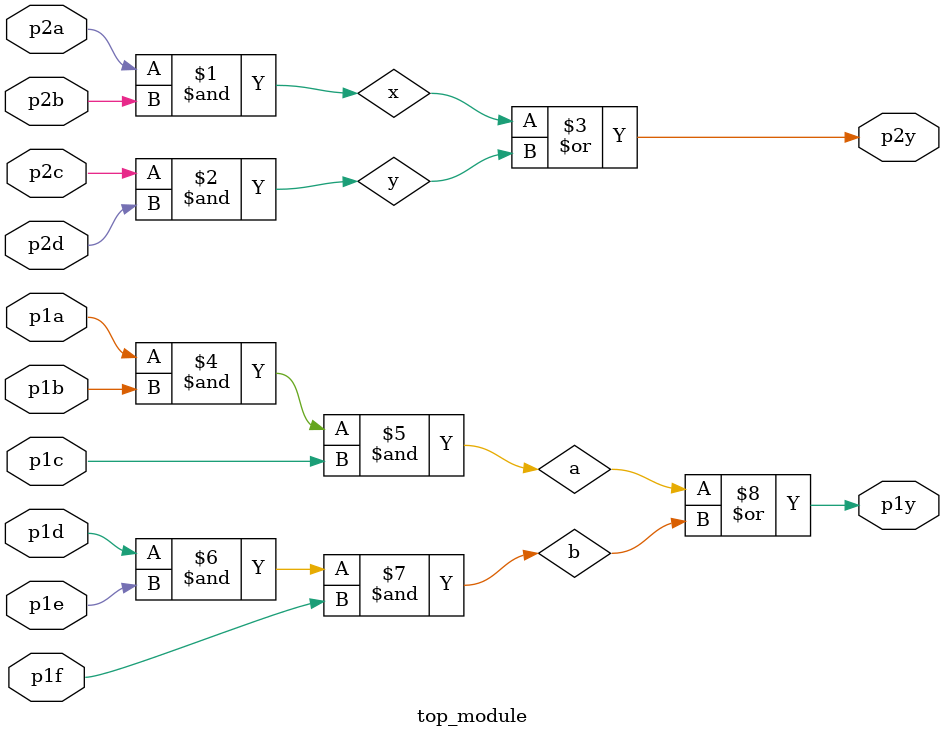
<source format=v>
module top_module ( 
    input p1a, p1b, p1c, p1d, p1e, p1f,
    output p1y,
    input p2a, p2b, p2c, p2d,
    output p2y );
    wire x,y,a,b;
    assign x= p2a&p2b;
    assign y= p2c&p2d;
    assign p2y= x|y;
    assign a=(p1a&p1b&p1c);
    assign b=(p1d&p1e&p1f);
    assign p1y = a|b;
endmodule

</source>
